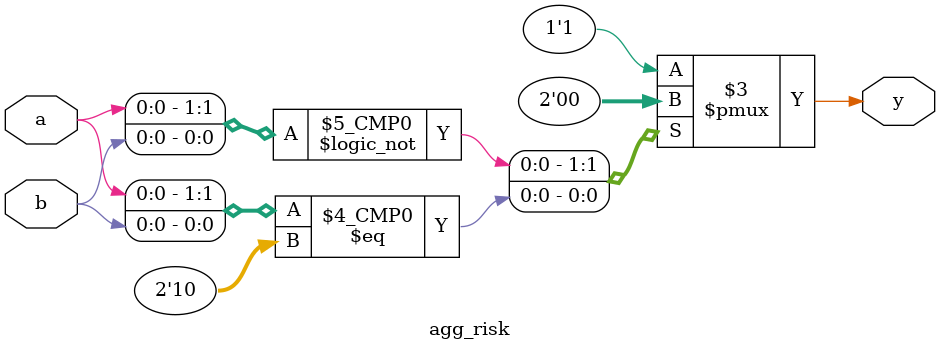
<source format=v>

module agg_risk(
input wire a,
input wire b,
output reg y
);





  // Concatenation selector uses op='c' and must be wrapped in Verilog.
  // If not wrapped, this becomes "case(a,b)".
  always @(*) begin
    case({a,b})
      2'b00 : y <= 1'b0;
      2'b01 : y <= 1'b1;
      2'b10 : y <= 1'b0;
      default : y <= 1'b1;
    endcase
  end


endmodule

</source>
